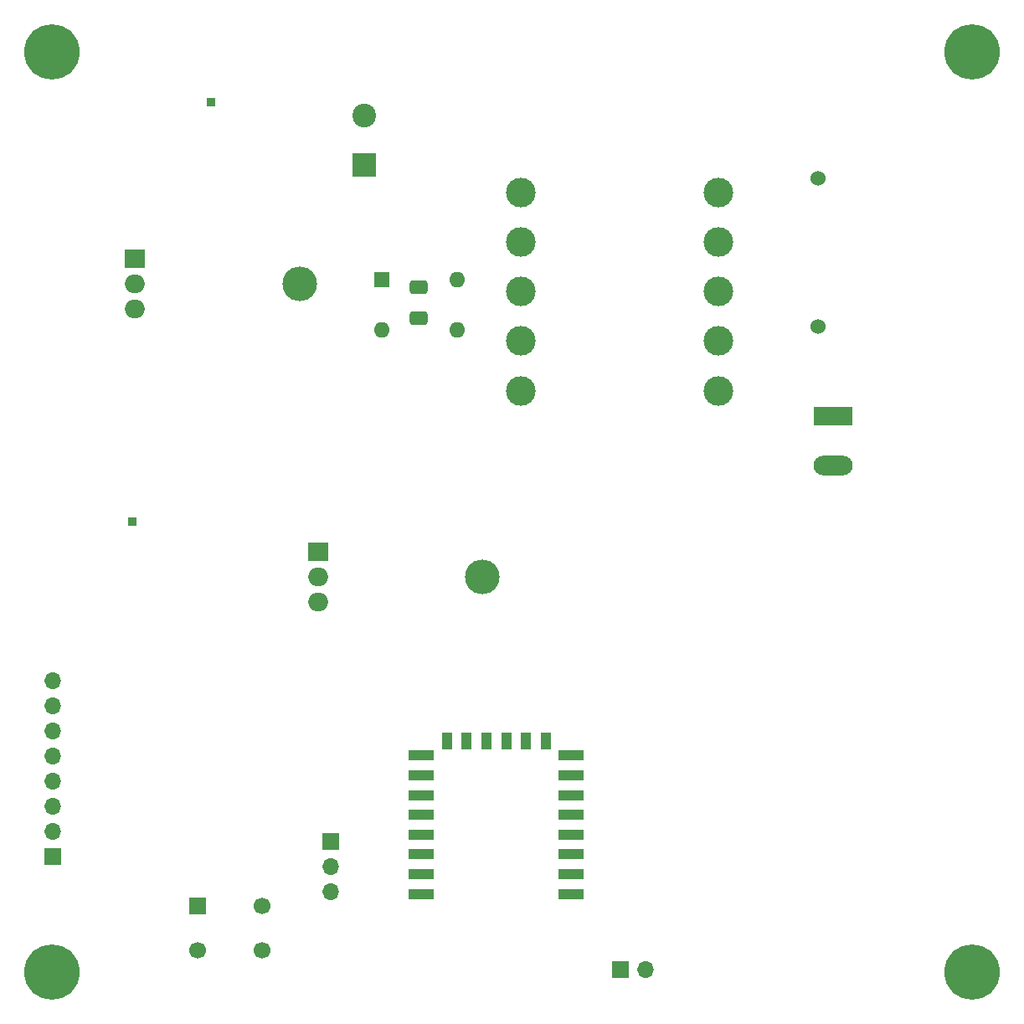
<source format=gbs>
%TF.GenerationSoftware,KiCad,Pcbnew,(6.0.4-0)*%
%TF.CreationDate,2022-09-08T11:41:12+02:00*%
%TF.ProjectId,Antennenumschalter,416e7465-6e6e-4656-9e75-6d736368616c,rev?*%
%TF.SameCoordinates,Original*%
%TF.FileFunction,Soldermask,Bot*%
%TF.FilePolarity,Negative*%
%FSLAX46Y46*%
G04 Gerber Fmt 4.6, Leading zero omitted, Abs format (unit mm)*
G04 Created by KiCad (PCBNEW (6.0.4-0)) date 2022-09-08 11:41:12*
%MOMM*%
%LPD*%
G01*
G04 APERTURE LIST*
G04 Aperture macros list*
%AMRoundRect*
0 Rectangle with rounded corners*
0 $1 Rounding radius*
0 $2 $3 $4 $5 $6 $7 $8 $9 X,Y pos of 4 corners*
0 Add a 4 corners polygon primitive as box body*
4,1,4,$2,$3,$4,$5,$6,$7,$8,$9,$2,$3,0*
0 Add four circle primitives for the rounded corners*
1,1,$1+$1,$2,$3*
1,1,$1+$1,$4,$5*
1,1,$1+$1,$6,$7*
1,1,$1+$1,$8,$9*
0 Add four rect primitives between the rounded corners*
20,1,$1+$1,$2,$3,$4,$5,0*
20,1,$1+$1,$4,$5,$6,$7,0*
20,1,$1+$1,$6,$7,$8,$9,0*
20,1,$1+$1,$8,$9,$2,$3,0*%
G04 Aperture macros list end*
%ADD10R,0.850000X0.850000*%
%ADD11R,1.700000X1.700000*%
%ADD12O,1.700000X1.700000*%
%ADD13C,5.600000*%
%ADD14C,1.524000*%
%ADD15R,2.400000X2.400000*%
%ADD16C,2.400000*%
%ADD17R,1.600000X1.600000*%
%ADD18O,1.600000X1.600000*%
%ADD19O,3.500000X3.500000*%
%ADD20R,2.000000X1.905000*%
%ADD21O,2.000000X1.905000*%
%ADD22R,3.960000X1.980000*%
%ADD23O,3.960000X1.980000*%
%ADD24C,1.700000*%
%ADD25C,3.000000*%
%ADD26RoundRect,0.250000X-0.650000X0.412500X-0.650000X-0.412500X0.650000X-0.412500X0.650000X0.412500X0*%
%ADD27R,2.500000X1.000000*%
%ADD28R,1.000000X1.800000*%
G04 APERTURE END LIST*
D10*
X69088000Y-58039000D03*
X61087000Y-100457000D03*
D11*
X81153000Y-132842000D03*
D12*
X81153000Y-135382000D03*
X81153000Y-137922000D03*
D11*
X53086000Y-134351000D03*
D12*
X53086000Y-131811000D03*
X53086000Y-129271000D03*
X53086000Y-126731000D03*
X53086000Y-124191000D03*
X53086000Y-121651000D03*
X53086000Y-119111000D03*
X53086000Y-116571000D03*
D13*
X146000000Y-53000000D03*
X53000000Y-146000000D03*
D14*
X130429000Y-80779000D03*
X130429000Y-65793000D03*
D13*
X146000000Y-146000000D03*
X53000000Y-53000000D03*
D15*
X84582000Y-64389000D03*
D16*
X84582000Y-59389000D03*
D17*
X86360000Y-75959000D03*
D18*
X86360000Y-81039000D03*
X93980000Y-81039000D03*
X93980000Y-75959000D03*
D19*
X78042000Y-76454000D03*
D20*
X61382000Y-73914000D03*
D21*
X61382000Y-76454000D03*
X61382000Y-78994000D03*
D22*
X131953000Y-89818000D03*
D23*
X131953000Y-94818000D03*
D19*
X96543000Y-106045000D03*
D20*
X79883000Y-103505000D03*
D21*
X79883000Y-106045000D03*
X79883000Y-108585000D03*
D11*
X67743000Y-139355000D03*
D24*
X74243000Y-139355000D03*
X74243000Y-143855000D03*
X67743000Y-143855000D03*
D25*
X120363000Y-67216000D03*
X120363000Y-72216000D03*
X120363000Y-77216000D03*
X120363000Y-82216000D03*
X120363000Y-87216000D03*
X100363000Y-87216000D03*
X100363000Y-82216000D03*
X100363000Y-77216000D03*
X100363000Y-72216000D03*
X100363000Y-67216000D03*
D11*
X110485000Y-145796000D03*
D12*
X113025000Y-145796000D03*
D26*
X90043000Y-76796500D03*
X90043000Y-79921500D03*
D27*
X90317000Y-138120000D03*
X90317000Y-136120000D03*
X90317000Y-134120000D03*
X90317000Y-132120000D03*
X90317000Y-130120000D03*
X90317000Y-128120000D03*
X90317000Y-126120000D03*
X90317000Y-124120000D03*
D28*
X92917000Y-122620000D03*
X94917000Y-122620000D03*
X96917000Y-122620000D03*
X98917000Y-122620000D03*
X100917000Y-122620000D03*
X102917000Y-122620000D03*
D27*
X105517000Y-124120000D03*
X105517000Y-126120000D03*
X105517000Y-128120000D03*
X105517000Y-130120000D03*
X105517000Y-132120000D03*
X105517000Y-134120000D03*
X105517000Y-136120000D03*
X105517000Y-138120000D03*
M02*

</source>
